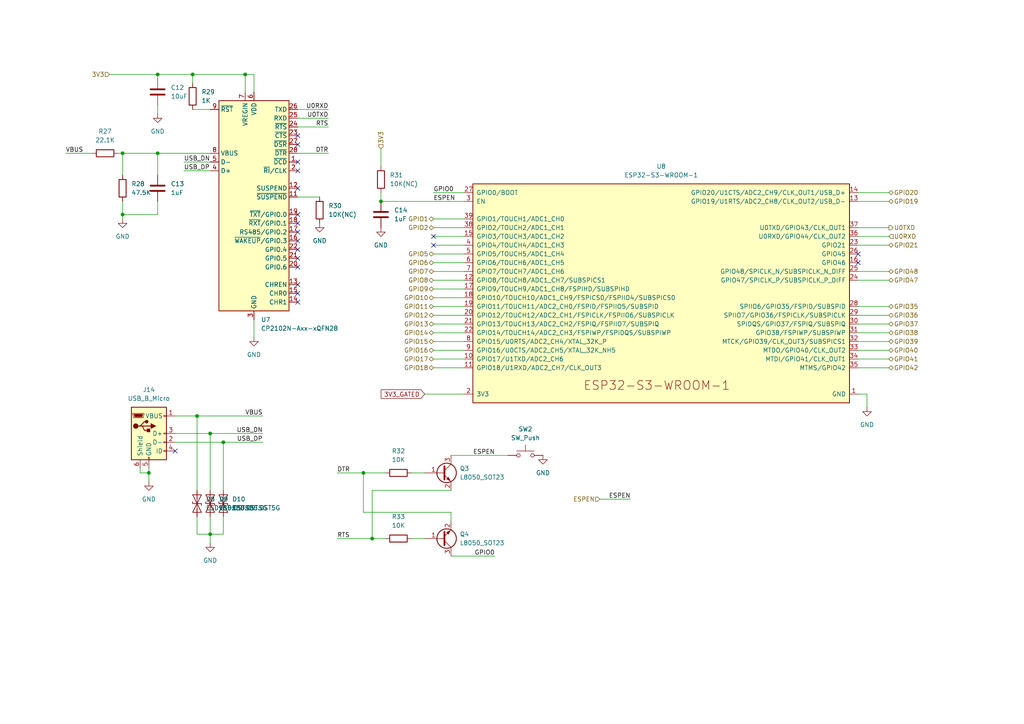
<source format=kicad_sch>
(kicad_sch (version 20211123) (generator eeschema)
  (paper "A4")
  (lib_symbols
    (symbol "Connector:USB_B_Micro" (pin_names (offset 1.016))
      (property "Reference" "J" (at -5.08 11.43 0))
      (property "Value" "USB_B_Micro" (at -5.08 8.89 0))
      (symbol "USB_B_Micro_0_1"
        (rectangle (start -5.08 -7.62) (end 5.08 7.62) (stroke (width 0.254)) (fill (type background)))
        (circle (center -3.81 2.159) (radius 0.635) (stroke (width 0.254)) (fill (type outline)))
        (circle (center -0.635 3.429) (radius 0.381) (stroke (width 0.254)) (fill (type outline)))
        (rectangle (start -0.127 -7.62) (end 0.127 -6.858))
        (polyline (pts (xy -1.905 2.159) (xy 0.635 2.159)) (stroke (width 0.254)))
        (polyline (pts (xy -3.175 2.159) (xy -2.54 2.159) (xy -1.27 3.429) (xy -0.635 3.429)) (stroke (width 0.254)))
        (polyline (pts (xy -2.54 2.159) (xy -1.905 2.159) (xy -1.27 0.889) (xy 0 0.889)) (stroke (width 0.254)))
        (polyline (pts (xy 0.635 2.794) (xy 0.635 1.524) (xy 1.905 2.159) (xy 0.635 2.794)) (stroke (width 0.254)) (fill (type outline)))
        (polyline (pts (xy -4.318 5.588) (xy -1.778 5.588) (xy -2.032 4.826) (xy -4.064 4.826) (xy -4.318 5.588)) (fill (type outline)))
        (polyline (pts (xy -4.699 5.842) (xy -4.699 5.588) (xy -4.445 4.826) (xy -4.445 4.572) (xy -1.651 4.572) (xy -1.651 4.826) (xy -1.397 5.588) (xy -1.397 5.842) (xy -4.699 5.842)))
        (rectangle (start 0.254 1.27) (end -0.508 0.508) (stroke (width 0.254)) (fill (type outline)))
        (rectangle (start 5.08 -5.207) (end 4.318 -4.953))
        (rectangle (start 5.08 -2.667) (end 4.318 -2.413))
        (rectangle (start 5.08 -0.127) (end 4.318 0.127))
        (rectangle (start 5.08 4.953) (end 4.318 5.207))
      )
      (symbol "USB_B_Micro_1_1"
        (pin power_out line (at 7.62 5.08 180) (length 2.54) (name "VBUS") (number "1"))
        (pin bidirectional line (at 7.62 -2.54 180) (length 2.54) (name "D-") (number "2"))
        (pin bidirectional line (at 7.62 0 180) (length 2.54) (name "D+") (number "3"))
        (pin passive line (at 7.62 -5.08 180) (length 2.54) (name "ID") (number "4"))
        (pin power_out line (at 0 -10.16 90) (length 2.54) (name "GND") (number "5"))
        (pin passive line (at -2.54 -10.16 90) (length 2.54) (name "Shield") (number "6"))
      )
    )
    (symbol "Custom_Components:L8050_SOT23" (pin_names (offset 0) hide)
      (property "Reference" "Q" (at 5.08 1.905 0))
      (property "Value" "L8050_SOT23" (at 5.08 0 0))
      (symbol "L8050_SOT23_0_1"
        (polyline (pts (xy 0 0) (xy 0.635 0)))
        (polyline (pts (xy 0.635 0.635) (xy 2.54 2.54)))
        (polyline (pts (xy 0.635 -0.635) (xy 2.54 -2.54) (xy 2.54 -2.54)))
        (polyline (pts (xy 0.635 1.905) (xy 0.635 -1.905) (xy 0.635 -1.905)) (stroke (width 0.508)))
        (polyline (pts (xy 1.27 -1.778) (xy 1.778 -1.27) (xy 2.286 -2.286) (xy 1.27 -1.778) (xy 1.27 -1.778)) (fill (type outline)))
        (circle (center 1.27 0) (radius 2.8194) (stroke (width 0.254)))
      )
      (symbol "L8050_SOT23_1_1"
        (pin input line (at -5.08 0 0) (length 5.08) (name "B") (number "1"))
        (pin passive line (at 2.54 -5.08 90) (length 2.54) (name "E") (number "2"))
        (pin passive line (at 2.54 5.08 270) (length 2.54) (name "C") (number "3"))
      )
    )
    (symbol "Device:C" (pin_numbers hide) (pin_names (offset 0.254))
      (property "Reference" "C" (at 0.635 2.54 0))
      (property "Value" "C" (at 0.635 -2.54 0))
      (symbol "C_0_1"
        (polyline (pts (xy -2.032 -0.762) (xy 2.032 -0.762)) (stroke (width 0.508)))
        (polyline (pts (xy -2.032 0.762) (xy 2.032 0.762)) (stroke (width 0.508)))
      )
      (symbol "C_1_1"
        (pin passive line (at 0 3.81 270) (length 2.794) (name "~") (number "1"))
        (pin passive line (at 0 -3.81 90) (length 2.794) (name "~") (number "2"))
      )
    )
    (symbol "Device:R" (pin_numbers hide) (pin_names (offset 0))
      (property "Reference" "R" (at 2.032 0 90))
      (property "Value" "R" (at 0 0 90))
      (symbol "R_0_1"
        (rectangle (start -1.016 -2.54) (end 1.016 2.54) (stroke (width 0.254)))
      )
      (symbol "R_1_1"
        (pin passive line (at 0 3.81 270) (length 1.27) (name "~") (number "1"))
        (pin passive line (at 0 -3.81 90) (length 1.27) (name "~") (number "2"))
      )
    )
    (symbol "Diode:ESD9B5.0ST5G" (pin_numbers hide) (pin_names (offset 1.016) hide)
      (property "Reference" "D" (at 0 2.54 0))
      (property "Value" "ESD9B5.0ST5G" (at 0 -2.54 0))
      (symbol "ESD9B5.0ST5G_0_1"
        (polyline (pts (xy 1.27 0) (xy -1.27 0)))
        (polyline (pts (xy -2.54 -1.27) (xy 0 0) (xy -2.54 1.27) (xy -2.54 -1.27)) (stroke (width 0.2032)))
        (polyline (pts (xy 0.508 1.27) (xy 0 1.27) (xy 0 -1.27) (xy -0.508 -1.27)) (stroke (width 0.2032)))
        (polyline (pts (xy 2.54 1.27) (xy 2.54 -1.27) (xy 0 0) (xy 2.54 1.27)) (stroke (width 0.2032)))
      )
      (symbol "ESD9B5.0ST5G_1_1"
        (pin passive line (at -3.81 0 0) (length 2.54) (name "A1") (number "1"))
        (pin passive line (at 3.81 0 180) (length 2.54) (name "A2") (number "2"))
      )
    )
    (symbol "Espressif:ESP32-S3-WROOM-1" (pin_names (offset 1.016))
      (property "Reference" "U" (at -53.34 38.1 0))
      (property "Value" "ESP32-S3-WROOM-1" (at -53.34 35.56 0))
      (symbol "ESP32-S3-WROOM-1_0_0"
        (rectangle (start -53.34 33.02) (end 55.88 -30.48) (stroke (width 0.254)) (fill (type background)))
        (text "ESP32-S3-WROOM-1" (at 0 -25.4 0) (effects (font (size 2.54 2.54))))
        (pin power_in line (at 58.42 -27.94 180) (length 2.54) (name "GND") (number "1"))
        (pin bidirectional line (at -55.88 -17.78 0) (length 2.54) (name "GPIO17/U1TXD/ADC2_CH6") (number "10"))
        (pin bidirectional line (at -55.88 -20.32 0) (length 2.54) (name "GPIO18/U1RXD/ADC2_CH7/CLK_OUT3") (number "11"))
        (pin bidirectional line (at -55.88 5.08 0) (length 2.54) (name "GPIO8/TOUCH8/ADC1_CH7/SUBSPICS1") (number "12"))
        (pin bidirectional line (at 58.42 27.94 180) (length 2.54) (name "GPIO19/U1RTS/ADC2_CH8/CLK_OUT2/USB_D-") (number "13"))
        (pin bidirectional line (at 58.42 30.48 180) (length 2.54) (name "GPIO20/U1CTS/ADC2_CH9/CLK_OUT1/USB_D+") (number "14"))
        (pin bidirectional line (at -55.88 17.78 0) (length 2.54) (name "GPIO3/TOUCH3/ADC1_CH2") (number "15"))
        (pin bidirectional line (at 58.42 10.16 180) (length 2.54) (name "GPIO46") (number "16"))
        (pin bidirectional line (at -55.88 2.54 0) (length 2.54) (name "GPIO9/TOUCH9/ADC1_CH8/FSPIHD/SUBSPIHD") (number "17"))
        (pin bidirectional line (at -55.88 0 0) (length 2.54) (name "GPIO10/TOUCH10/ADC1_CH9/FSPICS0/FSPIIO4/SUBSPICS0") (number "18"))
        (pin bidirectional line (at -55.88 -2.54 0) (length 2.54) (name "GPIO11/TOUCH11/ADC2_CH0/FSPID/FSPIIO5/SUBSPID") (number "19"))
        (pin power_in line (at -55.88 -27.94 0) (length 2.54) (name "3V3") (number "2"))
        (pin bidirectional line (at -55.88 -5.08 0) (length 2.54) (name "GPIO12/TOUCH12/ADC2_CH1/FSPICLK/FSPIIO6/SUBSPICLK") (number "20"))
        (pin bidirectional line (at -55.88 -7.62 0) (length 2.54) (name "GPIO13/TOUCH13/ADC2_CH2/FSPIQ/FSPIIO7/SUBSPIQ") (number "21"))
        (pin bidirectional line (at -55.88 -10.16 0) (length 2.54) (name "GPIO14/TOUCH14/ADC2_CH3/FSPIWP/FSPIDQS/SUBSPIWP") (number "22"))
        (pin bidirectional line (at 58.42 15.24 180) (length 2.54) (name "GPIO21") (number "23"))
        (pin bidirectional line (at 58.42 5.08 180) (length 2.54) (name "GPIO47/SPICLK_P/SUBSPICLK_P_DIFF") (number "24"))
        (pin bidirectional line (at 58.42 7.62 180) (length 2.54) (name "GPIO48/SPICLK_N/SUBSPICLK_N_DIFF") (number "25"))
        (pin bidirectional line (at 58.42 12.7 180) (length 2.54) (name "GPIO45") (number "26"))
        (pin bidirectional line (at -55.88 30.48 0) (length 2.54) (name "GPIO0/BOOT") (number "27"))
        (pin bidirectional line (at 58.42 -2.54 180) (length 2.54) (name "SPIIO6/GPIO35/FSPID/SUBSPID") (number "28"))
        (pin bidirectional line (at 58.42 -5.08 180) (length 2.54) (name "SPIIO7/GPIO36/FSPICLK/SUBSPICLK") (number "29"))
        (pin input line (at -55.88 27.94 0) (length 2.54) (name "EN") (number "3"))
        (pin bidirectional line (at 58.42 -7.62 180) (length 2.54) (name "SPIDQS/GPIO37/FSPIQ/SUBSPIQ") (number "30"))
        (pin bidirectional line (at 58.42 -10.16 180) (length 2.54) (name "GPIO38/FSPIWP/SUBSPIWP") (number "31"))
        (pin bidirectional line (at 58.42 -12.7 180) (length 2.54) (name "MTCK/GPIO39/CLK_OUT3/SUBSPICS1") (number "32"))
        (pin bidirectional line (at 58.42 -15.24 180) (length 2.54) (name "MTDO/GPIO40/CLK_OUT2") (number "33"))
        (pin bidirectional line (at 58.42 -17.78 180) (length 2.54) (name "MTDI/GPIO41/CLK_OUT1") (number "34"))
        (pin bidirectional line (at 58.42 -20.32 180) (length 2.54) (name "MTMS/GPIO42") (number "35"))
        (pin bidirectional line (at 58.42 17.78 180) (length 2.54) (name "U0RXD/GPIO44/CLK_OUT2") (number "36"))
        (pin bidirectional line (at 58.42 20.32 180) (length 2.54) (name "U0TXD/GPIO43/CLK_OUT1") (number "37"))
        (pin bidirectional line (at -55.88 20.32 0) (length 2.54) (name "GPIO2/TOUCH2/ADC1_CH1") (number "38"))
        (pin bidirectional line (at -55.88 22.86 0) (length 2.54) (name "GPIO1/TOUCH1/ADC1_CH0") (number "39"))
        (pin bidirectional line (at -55.88 15.24 0) (length 2.54) (name "GPIO4/TOUCH4/ADC1_CH3") (number "4"))
        (pin passive line (at 58.42 -27.94 180) (length 2.54) hide (name "GND") (number "40"))
        (pin passive line (at 58.42 -27.94 180) (length 2.54) hide (name "GND") (number "41"))
        (pin bidirectional line (at -55.88 12.7 0) (length 2.54) (name "GPIO5/TOUCH5/ADC1_CH4") (number "5"))
        (pin bidirectional line (at -55.88 10.16 0) (length 2.54) (name "GPIO6/TOUCH6/ADC1_CH5") (number "6"))
        (pin bidirectional line (at -55.88 7.62 0) (length 2.54) (name "GPIO7/TOUCH7/ADC1_CH6") (number "7"))
        (pin bidirectional line (at -55.88 -12.7 0) (length 2.54) (name "GPIO15/U0RTS/ADC2_CH4/XTAL_32K_P") (number "8"))
        (pin bidirectional line (at -55.88 -15.24 0) (length 2.54) (name "GPIO16/U0CTS/ADC2_CH5/XTAL_32K_NH5") (number "9"))
      )
    )
    (symbol "Interface_USB:CP2102N-Axx-xQFN28"
      (property "Reference" "U" (at -8.89 31.75 0))
      (property "Value" "CP2102N-Axx-xQFN28" (at 12.7 31.75 0))
      (symbol "CP2102N-Axx-xQFN28_0_1"
        (rectangle (start -10.16 30.48) (end 10.16 -30.48) (stroke (width 0.254)) (fill (type background)))
      )
      (symbol "CP2102N-Axx-xQFN28_1_1"
        (pin input line (at 12.7 12.7 180) (length 2.54) (name "~{DCD}") (number "1"))
        (pin no_connect line (at -10.16 -27.94 0) (length 2.54) hide (name "NC") (number "10"))
        (pin output line (at 12.7 2.54 180) (length 2.54) (name "~{SUSPEND}") (number "11"))
        (pin output line (at 12.7 5.08 180) (length 2.54) (name "SUSPEND") (number "12"))
        (pin output line (at 12.7 -22.86 180) (length 2.54) (name "CHREN") (number "13"))
        (pin output line (at 12.7 -27.94 180) (length 2.54) (name "CHR1") (number "14"))
        (pin output line (at 12.7 -25.4 180) (length 2.54) (name "CHR0") (number "15"))
        (pin bidirectional line (at 12.7 -10.16 180) (length 2.54) (name "~{WAKEUP}/GPIO.3") (number "16"))
        (pin bidirectional line (at 12.7 -7.62 180) (length 2.54) (name "RS485/GPIO.2") (number "17"))
        (pin bidirectional line (at 12.7 -5.08 180) (length 2.54) (name "~{RXT}/GPIO.1") (number "18"))
        (pin bidirectional line (at 12.7 -2.54 180) (length 2.54) (name "~{TXT}/GPIO.0") (number "19"))
        (pin bidirectional line (at 12.7 10.16 180) (length 2.54) (name "~{RI}/CLK") (number "2"))
        (pin bidirectional line (at 12.7 -17.78 180) (length 2.54) (name "GPIO.6") (number "20"))
        (pin bidirectional line (at 12.7 -15.24 180) (length 2.54) (name "GPIO.5") (number "21"))
        (pin bidirectional line (at 12.7 -12.7 180) (length 2.54) (name "GPIO.4") (number "22"))
        (pin input line (at 12.7 20.32 180) (length 2.54) (name "~{CTS}") (number "23"))
        (pin output line (at 12.7 22.86 180) (length 2.54) (name "~{RTS}") (number "24"))
        (pin input line (at 12.7 25.4 180) (length 2.54) (name "RXD") (number "25"))
        (pin output line (at 12.7 27.94 180) (length 2.54) (name "TXD") (number "26"))
        (pin input line (at 12.7 17.78 180) (length 2.54) (name "~{DSR}") (number "27"))
        (pin output line (at 12.7 15.24 180) (length 2.54) (name "~{DTR}") (number "28"))
        (pin passive line (at 0 -33.02 90) (length 2.54) hide (name "GND") (number "29"))
        (pin power_in line (at 0 -33.02 90) (length 2.54) (name "GND") (number "3"))
        (pin bidirectional line (at -12.7 10.16 0) (length 2.54) (name "D+") (number "4"))
        (pin bidirectional line (at -12.7 12.7 0) (length 2.54) (name "D-") (number "5"))
        (pin power_in line (at 0 33.02 270) (length 2.54) (name "VDD") (number "6"))
        (pin power_in line (at -2.54 33.02 270) (length 2.54) (name "VREGIN") (number "7"))
        (pin input line (at -12.7 15.24 0) (length 2.54) (name "VBUS") (number "8"))
        (pin input line (at -12.7 27.94 0) (length 2.54) (name "~{RST}") (number "9"))
      )
    )
    (symbol "Switch:SW_Push" (pin_numbers hide) (pin_names (offset 1.016) hide)
      (property "Reference" "SW" (at 1.27 2.54 0))
      (property "Value" "SW_Push" (at 0 -1.524 0))
      (symbol "SW_Push_0_1"
        (circle (center -2.032 0) (radius 0.508))
        (polyline (pts (xy 0 1.27) (xy 0 3.048)))
        (polyline (pts (xy 2.54 1.27) (xy -2.54 1.27)))
        (circle (center 2.032 0) (radius 0.508))
        (pin passive line (at -5.08 0 0) (length 2.54) (name "1") (number "1"))
        (pin passive line (at 5.08 0 180) (length 2.54) (name "2") (number "2"))
      )
    )
    (symbol "power:GND" (power) (pin_names (offset 0))
      (property "Value" "GND" (at 0 -3.81 0))
      (symbol "GND_0_1"
        (polyline (pts (xy 0 0) (xy 0 -1.27) (xy 1.27 -1.27) (xy 0 -2.54) (xy -1.27 -1.27) (xy 0 -1.27)))
      )
      (symbol "GND_1_1"
        (pin power_in line (at 0 0 270) (length 0) hide (name "GND") (number "1"))
      )
    )
  )
  (junction (at 107.95 156.21))
  (junction (at 45.72 21.59))
  (junction (at 64.77 128.27))
  (junction (at 35.56 44.45))
  (junction (at 105.41 137.16))
  (junction (at 43.18 137.16))
  (junction (at 57.15 120.65))
  (junction (at 55.88 21.59))
  (junction (at 35.56 62.23))
  (junction (at 60.96 125.73))
  (junction (at 110.49 58.42))
  (junction (at 45.72 44.45))
  (junction (at 60.96 154.94))
  (junction (at 71.12 21.59))
  (no_connect (at 86.36 54.61))
  (no_connect (at 248.92 73.66))
  (no_connect (at 86.36 41.91))
  (no_connect (at 86.36 85.09))
  (no_connect (at 125.73 68.58))
  (no_connect (at 50.8 130.81))
  (no_connect (at 86.36 64.77))
  (no_connect (at 86.36 74.93))
  (no_connect (at 86.36 46.99))
  (no_connect (at 86.36 69.85))
  (no_connect (at 86.36 72.39))
  (no_connect (at 125.73 71.12))
  (no_connect (at 86.36 67.31))
  (no_connect (at 86.36 82.55))
  (no_connect (at 248.92 76.2))
  (no_connect (at 86.36 49.53))
  (no_connect (at 86.36 87.63))
  (no_connect (at 86.36 77.47))
  (no_connect (at 86.36 62.23))
  (no_connect (at 86.36 39.37))
  (wire (pts (xy 130.81 148.59) (xy 105.41 148.59)))
  (wire (pts (xy 73.66 21.59) (xy 73.66 26.67)))
  (wire (pts (xy 125.73 99.06) (xy 134.62 99.06)))
  (wire (pts (xy 45.72 44.45) (xy 60.96 44.45)))
  (wire (pts (xy 173.99 144.78) (xy 182.88 144.78)))
  (wire (pts (xy 86.36 57.15) (xy 92.71 57.15)))
  (wire (pts (xy 125.73 73.66) (xy 134.62 73.66)))
  (wire (pts (xy 43.18 137.16) (xy 43.18 135.89)))
  (wire (pts (xy 123.19 114.3) (xy 134.62 114.3)))
  (wire (pts (xy 64.77 149.86) (xy 64.77 154.94)))
  (wire (pts (xy 35.56 63.5) (xy 35.56 62.23)))
  (wire (pts (xy 125.73 71.12) (xy 134.62 71.12)))
  (wire (pts (xy 55.88 21.59) (xy 55.88 24.13)))
  (wire (pts (xy 130.81 161.29) (xy 143.51 161.29)))
  (wire (pts (xy 71.12 21.59) (xy 71.12 26.67)))
  (wire (pts (xy 257.81 88.9) (xy 248.92 88.9)))
  (wire (pts (xy 97.79 137.16) (xy 105.41 137.16)))
  (wire (pts (xy 125.73 81.28) (xy 134.62 81.28)))
  (wire (pts (xy 119.38 137.16) (xy 123.19 137.16)))
  (wire (pts (xy 50.8 120.65) (xy 57.15 120.65)))
  (wire (pts (xy 110.49 55.88) (xy 110.49 58.42)))
  (wire (pts (xy 64.77 154.94) (xy 60.96 154.94)))
  (wire (pts (xy 45.72 44.45) (xy 45.72 50.8)))
  (wire (pts (xy 35.56 62.23) (xy 35.56 58.42)))
  (wire (pts (xy 257.81 66.04) (xy 248.92 66.04)))
  (wire (pts (xy 125.73 93.98) (xy 134.62 93.98)))
  (wire (pts (xy 125.73 88.9) (xy 134.62 88.9)))
  (wire (pts (xy 125.73 86.36) (xy 134.62 86.36)))
  (wire (pts (xy 60.96 149.86) (xy 60.96 154.94)))
  (wire (pts (xy 119.38 156.21) (xy 123.19 156.21)))
  (wire (pts (xy 125.73 55.88) (xy 134.62 55.88)))
  (wire (pts (xy 248.92 114.3) (xy 251.46 114.3)))
  (wire (pts (xy 257.81 99.06) (xy 248.92 99.06)))
  (wire (pts (xy 45.72 58.42) (xy 45.72 62.23)))
  (wire (pts (xy 257.81 68.58) (xy 248.92 68.58)))
  (wire (pts (xy 57.15 120.65) (xy 57.15 142.24)))
  (wire (pts (xy 55.88 21.59) (xy 71.12 21.59)))
  (wire (pts (xy 43.18 139.7) (xy 43.18 137.16)))
  (wire (pts (xy 53.34 49.53) (xy 60.96 49.53)))
  (wire (pts (xy 50.8 128.27) (xy 64.77 128.27)))
  (wire (pts (xy 125.73 104.14) (xy 134.62 104.14)))
  (wire (pts (xy 64.77 128.27) (xy 76.2 128.27)))
  (wire (pts (xy 257.81 91.44) (xy 248.92 91.44)))
  (wire (pts (xy 125.73 106.68) (xy 134.62 106.68)))
  (wire (pts (xy 105.41 148.59) (xy 105.41 137.16)))
  (wire (pts (xy 31.75 21.59) (xy 45.72 21.59)))
  (wire (pts (xy 110.49 43.18) (xy 110.49 48.26)))
  (wire (pts (xy 105.41 137.16) (xy 111.76 137.16)))
  (wire (pts (xy 257.81 78.74) (xy 248.92 78.74)))
  (wire (pts (xy 107.95 142.24) (xy 107.95 156.21)))
  (wire (pts (xy 40.64 135.89) (xy 40.64 137.16)))
  (wire (pts (xy 60.96 125.73) (xy 76.2 125.73)))
  (wire (pts (xy 125.73 63.5) (xy 134.62 63.5)))
  (wire (pts (xy 130.81 142.24) (xy 107.95 142.24)))
  (wire (pts (xy 50.8 125.73) (xy 60.96 125.73)))
  (wire (pts (xy 257.81 81.28) (xy 248.92 81.28)))
  (wire (pts (xy 57.15 120.65) (xy 76.2 120.65)))
  (wire (pts (xy 53.34 46.99) (xy 60.96 46.99)))
  (wire (pts (xy 97.79 156.21) (xy 107.95 156.21)))
  (wire (pts (xy 251.46 114.3) (xy 251.46 118.11)))
  (wire (pts (xy 45.72 22.86) (xy 45.72 21.59)))
  (wire (pts (xy 257.81 106.68) (xy 248.92 106.68)))
  (wire (pts (xy 95.25 36.83) (xy 86.36 36.83)))
  (wire (pts (xy 125.73 78.74) (xy 134.62 78.74)))
  (wire (pts (xy 130.81 151.13) (xy 130.81 148.59)))
  (wire (pts (xy 95.25 34.29) (xy 86.36 34.29)))
  (wire (pts (xy 45.72 21.59) (xy 55.88 21.59)))
  (wire (pts (xy 147.32 132.08) (xy 130.81 132.08)))
  (wire (pts (xy 57.15 154.94) (xy 60.96 154.94)))
  (wire (pts (xy 257.81 96.52) (xy 248.92 96.52)))
  (wire (pts (xy 55.88 31.75) (xy 60.96 31.75)))
  (wire (pts (xy 110.49 58.42) (xy 134.62 58.42)))
  (wire (pts (xy 125.73 91.44) (xy 134.62 91.44)))
  (wire (pts (xy 125.73 68.58) (xy 134.62 68.58)))
  (wire (pts (xy 107.95 156.21) (xy 111.76 156.21)))
  (wire (pts (xy 45.72 62.23) (xy 35.56 62.23)))
  (wire (pts (xy 57.15 149.86) (xy 57.15 154.94)))
  (wire (pts (xy 40.64 137.16) (xy 43.18 137.16)))
  (wire (pts (xy 257.81 93.98) (xy 248.92 93.98)))
  (wire (pts (xy 125.73 66.04) (xy 134.62 66.04)))
  (wire (pts (xy 64.77 128.27) (xy 64.77 142.24)))
  (wire (pts (xy 71.12 21.59) (xy 73.66 21.59)))
  (wire (pts (xy 45.72 33.02) (xy 45.72 30.48)))
  (wire (pts (xy 95.25 31.75) (xy 86.36 31.75)))
  (wire (pts (xy 257.81 101.6) (xy 248.92 101.6)))
  (wire (pts (xy 257.81 55.88) (xy 248.92 55.88)))
  (wire (pts (xy 60.96 157.48) (xy 60.96 154.94)))
  (wire (pts (xy 19.05 44.45) (xy 26.67 44.45)))
  (wire (pts (xy 257.81 71.12) (xy 248.92 71.12)))
  (wire (pts (xy 257.81 104.14) (xy 248.92 104.14)))
  (wire (pts (xy 35.56 44.45) (xy 45.72 44.45)))
  (wire (pts (xy 34.29 44.45) (xy 35.56 44.45)))
  (wire (pts (xy 125.73 101.6) (xy 134.62 101.6)))
  (wire (pts (xy 35.56 50.8) (xy 35.56 44.45)))
  (wire (pts (xy 95.25 44.45) (xy 86.36 44.45)))
  (wire (pts (xy 60.96 125.73) (xy 60.96 142.24)))
  (wire (pts (xy 125.73 83.82) (xy 134.62 83.82)))
  (wire (pts (xy 125.73 76.2) (xy 134.62 76.2)))
  (wire (pts (xy 125.73 96.52) (xy 134.62 96.52)))
  (wire (pts (xy 73.66 92.71) (xy 73.66 97.79)))
  (wire (pts (xy 257.81 58.42) (xy 248.92 58.42)))
  (label "USB_DN" (at 76.2 125.73 180))
  (label "ESPEN" (at 182.88 144.78 180))
  (label "RTS" (at 97.79 156.21 0))
  (label "GPIO0" (at 143.51 161.29 180))
  (label "VBUS" (at 19.05 44.45 0))
  (label "GPIO0" (at 125.73 55.88 0))
  (label "U0TXD" (at 95.25 34.29 180))
  (label "ESPEN" (at 125.73 58.42 0))
  (label "DTR" (at 95.25 44.45 180))
  (label "U0RXD" (at 95.25 31.75 180))
  (label "USB_DN" (at 53.34 46.99 0))
  (label "ESPEN" (at 143.51 132.08 180))
  (label "RTS" (at 95.25 36.83 180))
  (label "VBUS" (at 76.2 120.65 180))
  (label "DTR" (at 97.79 137.16 0))
  (label "USB_DP" (at 53.34 49.53 0))
  (label "USB_DP" (at 76.2 128.27 180))
  (global_label "3V3_GATED" (shape input) (at 123.19 114.3 180) (property "Intersheet References" "${INTERSHEET_REFS}" (effects hide)))
  (hierarchical_label "GPIO11" (shape bidirectional) (at 125.73 88.9 180))
  (hierarchical_label "GPIO18" (shape bidirectional) (at 125.73 106.68 180))
  (hierarchical_label "GPIO41" (shape bidirectional) (at 257.81 104.14 0))
  (hierarchical_label "GPIO13" (shape bidirectional) (at 125.73 93.98 180))
  (hierarchical_label "GPIO9" (shape bidirectional) (at 125.73 83.82 180))
  (hierarchical_label "GPIO39" (shape bidirectional) (at 257.81 99.06 0))
  (hierarchical_label "U0RXD" (shape input) (at 257.81 68.58 0))
  (hierarchical_label "U0TXD" (shape output) (at 257.81 66.04 0))
  (hierarchical_label "GPIO47" (shape bidirectional) (at 257.81 81.28 0))
  (hierarchical_label "ESPEN" (shape input) (at 173.99 144.78 180))
  (hierarchical_label "GPIO38" (shape bidirectional) (at 257.81 96.52 0))
  (hierarchical_label "GPIO20" (shape bidirectional) (at 257.81 55.88 0))
  (hierarchical_label "GPIO8" (shape bidirectional) (at 125.73 81.28 180))
  (hierarchical_label "GPIO12" (shape bidirectional) (at 125.73 91.44 180))
  (hierarchical_label "GPIO15" (shape bidirectional) (at 125.73 99.06 180))
  (hierarchical_label "GPIO17" (shape bidirectional) (at 125.73 104.14 180))
  (hierarchical_label "GPIO35" (shape bidirectional) (at 257.81 88.9 0))
  (hierarchical_label "GPIO1" (shape bidirectional) (at 125.73 63.5 180))
  (hierarchical_label "GPIO48" (shape bidirectional) (at 257.81 78.74 0))
  (hierarchical_label "GPIO40" (shape bidirectional) (at 257.81 101.6 0))
  (hierarchical_label "GPIO6" (shape bidirectional) (at 125.73 76.2 180))
  (hierarchical_label "GPIO42" (shape bidirectional) (at 257.81 106.68 0))
  (hierarchical_label "3V3" (shape input) (at 110.49 43.18 90))
  (hierarchical_label "GPIO5" (shape bidirectional) (at 125.73 73.66 180))
  (hierarchical_label "GPIO14" (shape bidirectional) (at 125.73 96.52 180))
  (hierarchical_label "GPIO19" (shape bidirectional) (at 257.81 58.42 0))
  (hierarchical_label "GPIO36" (shape bidirectional) (at 257.81 91.44 0))
  (hierarchical_label "GPIO7" (shape bidirectional) (at 125.73 78.74 180))
  (hierarchical_label "GPIO10" (shape bidirectional) (at 125.73 86.36 180))
  (hierarchical_label "GPIO21" (shape bidirectional) (at 257.81 71.12 0))
  (hierarchical_label "3V3" (shape input) (at 31.75 21.59 180))
  (hierarchical_label "GPIO37" (shape bidirectional) (at 257.81 93.98 0))
  (hierarchical_label "GPIO2" (shape bidirectional) (at 125.73 66.04 180))
  (hierarchical_label "GPIO16" (shape bidirectional) (at 125.73 101.6 180))
  (symbol (lib_id "Espressif:ESP32-S3-WROOM-1") (at 190.5 86.36 0) (unit 1)
    (property "Reference" "U8" (at 191.77 48.26 0))
    (property "Value" "ESP32-S3-WROOM-1" (at 191.77 50.8 0))
    (property "Footprint" "Espressif:ESP32-S3-WROOM-1" (effects hide))
    (property "Datasheet" "https://www.espressif.com/sites/default/files/documentation/esp32-s3-wroom-1_wroom-1u_datasheet_en.pdf" (effects hide))
  )
  (symbol (lib_id "Device:C") (at 45.72 54.61 0) (unit 1)
    (property "Reference" "C13" (at 49.53 53.3399 0) (effects (justify left)))
    (property "Value" "1uF" (at 49.53 55.8799 0) (effects (justify left)))
    (property "Footprint" "Capacitor_SMD:C_0805_2012Metric" (effects hide))
  )
  (symbol (lib_id "Device:R") (at 55.88 27.94 0) (unit 1)
    (property "Reference" "R29" (at 58.42 26.6699 0) (effects (justify left)))
    (property "Value" "1K" (at 58.42 29.2099 0) (effects (justify left)))
    (property "Footprint" "Resistor_SMD:R_1206_3216Metric" (effects hide))
  )
  (symbol (lib_id "Custom_Components:L8050_SOT23") (at 128.27 137.16 0) (unit 1)
    (property "Reference" "Q3" (at 133.35 135.8899 0) (effects (justify left)))
    (property "Value" "L8050_SOT23" (at 133.35 138.4299 0) (effects (justify left)))
    (property "Footprint" "Package_TO_SOT_SMD:SOT-23" (effects hide))
    (property "Datasheet" "http://www.unisonic.com.tw/datasheet/S8050.pdf" (effects hide))
  )
  (symbol (lib_id "power:GND") (at 157.48 132.08 0) (unit 1)
    (property "Reference" "#PWR065" (effects hide))
    (property "Value" "GND" (at 157.48 137.16 0))
  )
  (symbol (lib_id "Connector:USB_B_Micro") (at 43.18 125.73 0) (unit 1)
    (property "Reference" "J14" (at 43.18 113.03 0))
    (property "Value" "USB_B_Micro" (at 43.18 115.57 0))
    (property "Footprint" "Connector_USB:USB_Micro-B_Molex_47346-0001" (effects hide))
  )
  (symbol (lib_id "power:GND") (at 35.56 63.5 0) (unit 1)
    (property "Reference" "#PWR058" (effects hide))
    (property "Value" "GND" (at 35.56 68.58 0))
  )
  (symbol (lib_id "Diode:ESD9B5.0ST5G") (at 57.15 146.05 270) (unit 1)
    (property "Reference" "D8" (at 59.69 144.7799 90) (effects (justify left)))
    (property "Value" "ESD9B5.0ST5G" (at 59.69 147.3199 90) (effects (justify left)))
    (property "Footprint" "Diode_SMD:D_SOD-923" (effects hide))
    (property "Datasheet" "https://www.onsemi.com/pub/Collateral/ESD9B-D.PDF" (effects hide))
  )
  (symbol (lib_id "Device:R") (at 35.56 54.61 180) (unit 1)
    (property "Reference" "R28" (at 38.1 53.3399 0) (effects (justify right)))
    (property "Value" "47.5K" (at 38.1 55.8799 0) (effects (justify right)))
    (property "Footprint" "Resistor_SMD:R_1206_3216Metric" (effects hide))
  )
  (symbol (lib_id "Custom_Components:L8050_SOT23") (at 128.27 156.21 0) (mirror x) (unit 1)
    (property "Reference" "Q4" (at 133.35 154.9399 0) (effects (justify left)))
    (property "Value" "L8050_SOT23" (at 133.35 157.4799 0) (effects (justify left)))
    (property "Footprint" "Package_TO_SOT_SMD:SOT-23" (effects hide))
    (property "Datasheet" "http://www.unisonic.com.tw/datasheet/S8050.pdf" (effects hide))
  )
  (symbol (lib_id "power:GND") (at 92.71 64.77 0) (unit 1)
    (property "Reference" "#PWR063" (effects hide))
    (property "Value" "GND" (at 92.71 69.85 0))
  )
  (symbol (lib_id "Device:C") (at 45.72 26.67 0) (unit 1)
    (property "Reference" "C12" (at 49.53 25.3999 0) (effects (justify left)))
    (property "Value" "10uF" (at 49.53 27.9399 0) (effects (justify left)))
    (property "Footprint" "Capacitor_SMD:C_0805_2012Metric" (effects hide))
  )
  (symbol (lib_id "power:GND") (at 251.46 118.11 0) (unit 1)
    (property "Reference" "#PWR066" (effects hide))
    (property "Value" "GND" (at 251.46 123.19 0))
  )
  (symbol (lib_id "Device:R") (at 92.71 60.96 180) (unit 1)
    (property "Reference" "R30" (at 95.25 59.6899 0) (effects (justify right)))
    (property "Value" "10K(NC)" (at 95.25 62.2299 0) (effects (justify right)))
    (property "Footprint" "Resistor_SMD:R_1206_3216Metric" (effects hide))
  )
  (symbol (lib_id "Interface_USB:CP2102N-Axx-xQFN28") (at 73.66 59.69 0) (unit 1)
    (property "Reference" "U7" (at 75.6794 92.71 0) (effects (justify left)))
    (property "Value" "CP2102N-Axx-xQFN28" (at 75.6794 95.25 0) (effects (justify left)))
    (property "Footprint" "Package_DFN_QFN:QFN-28-1EP_5x5mm_P0.5mm_EP3.35x3.35mm" (effects hide))
    (property "Datasheet" "https://www.silabs.com/documents/public/data-sheets/cp2102n-datasheet.pdf" (effects hide))
  )
  (symbol (lib_id "Device:R") (at 110.49 52.07 180) (unit 1)
    (property "Reference" "R31" (at 113.03 50.7999 0) (effects (justify right)))
    (property "Value" "10K(NC)" (at 113.03 53.3399 0) (effects (justify right)))
    (property "Footprint" "Resistor_SMD:R_1206_3216Metric" (effects hide))
  )
  (symbol (lib_id "Device:R") (at 30.48 44.45 90) (unit 1)
    (property "Reference" "R27" (at 30.48 38.1 90))
    (property "Value" "22.1K" (at 30.48 40.64 90))
    (property "Footprint" "Resistor_SMD:R_1206_3216Metric" (effects hide))
  )
  (symbol (lib_id "power:GND") (at 45.72 33.02 0) (unit 1)
    (property "Reference" "#PWR060" (effects hide))
    (property "Value" "GND" (at 45.72 38.1 0))
  )
  (symbol (lib_id "power:GND") (at 73.66 97.79 0) (unit 1)
    (property "Reference" "#PWR062" (effects hide))
    (property "Value" "GND" (at 73.66 102.87 0))
  )
  (symbol (lib_id "Switch:SW_Push") (at 152.4 132.08 0) (unit 1)
    (property "Reference" "SW2" (at 152.4 124.46 0))
    (property "Value" "SW_Push" (at 152.4 127 0))
    (property "Footprint" "Button_Switch_SMD:SW_SPST_CK_RS282G05A3" (effects hide))
  )
  (symbol (lib_id "power:GND") (at 60.96 157.48 0) (unit 1)
    (property "Reference" "#PWR061" (effects hide))
    (property "Value" "GND" (at 60.96 162.56 0))
  )
  (symbol (lib_id "power:GND") (at 43.18 139.7 0) (unit 1)
    (property "Reference" "#PWR059" (effects hide))
    (property "Value" "GND" (at 43.18 144.78 0))
  )
  (symbol (lib_id "power:GND") (at 110.49 66.04 0) (unit 1)
    (property "Reference" "#PWR064" (effects hide))
    (property "Value" "GND" (at 110.49 71.12 0))
  )
  (symbol (lib_id "Device:C") (at 110.49 62.23 0) (unit 1)
    (property "Reference" "C14" (at 114.3 60.9599 0) (effects (justify left)))
    (property "Value" "1uF" (at 114.3 63.4999 0) (effects (justify left)))
    (property "Footprint" "Capacitor_SMD:C_0805_2012Metric" (effects hide))
  )
  (symbol (lib_id "Device:R") (at 115.57 137.16 270) (unit 1)
    (property "Reference" "R32" (at 115.57 130.81 90))
    (property "Value" "10K" (at 115.57 133.35 90))
    (property "Footprint" "Resistor_SMD:R_1206_3216Metric" (effects hide))
  )
  (symbol (lib_id "Diode:ESD9B5.0ST5G") (at 60.96 146.05 270) (unit 1)
    (property "Reference" "D9" (at 63.5 144.7799 90) (effects (justify left)))
    (property "Value" "ESD9B5.0ST5G" (at 63.5 147.3199 90) (effects (justify left)))
    (property "Footprint" "Diode_SMD:D_SOD-923" (effects hide))
    (property "Datasheet" "https://www.onsemi.com/pub/Collateral/ESD9B-D.PDF" (effects hide))
  )
  (symbol (lib_id "Diode:ESD9B5.0ST5G") (at 64.77 146.05 270) (unit 1)
    (property "Reference" "D10" (at 67.31 144.7799 90) (effects (justify left)))
    (property "Value" "ESD9B5.0ST5G" (at 67.31 147.3199 90) (effects (justify left)))
    (property "Footprint" "Diode_SMD:D_SOD-923" (effects hide))
    (property "Datasheet" "https://www.onsemi.com/pub/Collateral/ESD9B-D.PDF" (effects hide))
  )
  (symbol (lib_id "Device:R") (at 115.57 156.21 270) (unit 1)
    (property "Reference" "R33" (at 115.57 149.86 90))
    (property "Value" "10K" (at 115.57 152.4 90))
    (property "Footprint" "Resistor_SMD:R_1206_3216Metric" (effects hide))
  )
)
</source>
